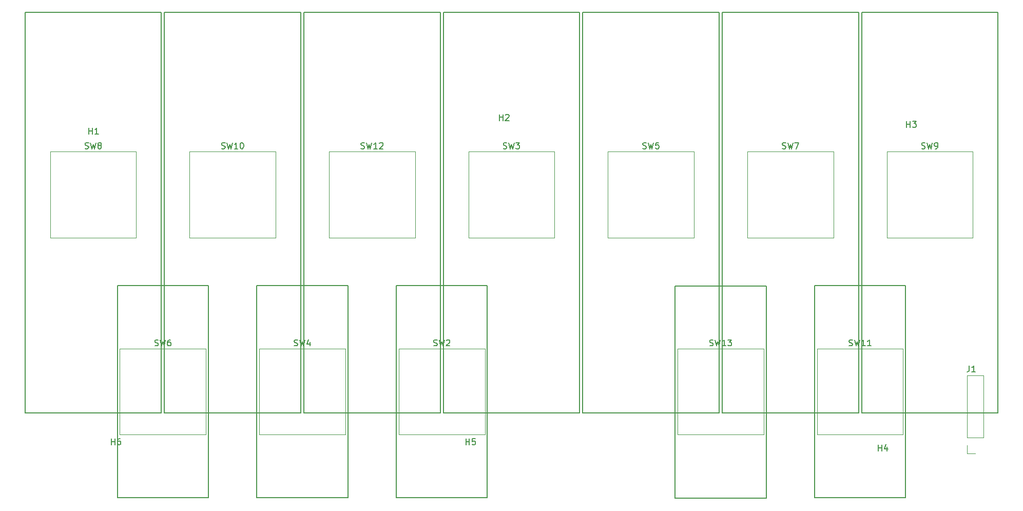
<source format=gbr>
%TF.GenerationSoftware,KiCad,Pcbnew,(6.0.0)*%
%TF.CreationDate,2023-05-12T18:13:20+02:00*%
%TF.ProjectId,keyboard,6b657962-6f61-4726-942e-6b696361645f,rev?*%
%TF.SameCoordinates,Original*%
%TF.FileFunction,Legend,Top*%
%TF.FilePolarity,Positive*%
%FSLAX46Y46*%
G04 Gerber Fmt 4.6, Leading zero omitted, Abs format (unit mm)*
G04 Created by KiCad (PCBNEW (6.0.0)) date 2023-05-12 18:13:20*
%MOMM*%
%LPD*%
G01*
G04 APERTURE LIST*
%ADD10C,0.200000*%
%ADD11C,0.150000*%
%ADD12C,0.120000*%
G04 APERTURE END LIST*
D10*
X132500000Y-34000000D02*
X155000000Y-34000000D01*
X155000000Y-34000000D02*
X155000000Y-100000000D01*
X155000000Y-100000000D02*
X132500000Y-100000000D01*
X132500000Y-100000000D02*
X132500000Y-34000000D01*
X55750000Y-79000000D02*
X70750000Y-79000000D01*
X70750000Y-79000000D02*
X70750000Y-114000000D01*
X70750000Y-114000000D02*
X55750000Y-114000000D01*
X55750000Y-114000000D02*
X55750000Y-79000000D01*
X101750000Y-79000000D02*
X116750000Y-79000000D01*
X116750000Y-79000000D02*
X116750000Y-114000000D01*
X116750000Y-114000000D02*
X101750000Y-114000000D01*
X101750000Y-114000000D02*
X101750000Y-79000000D01*
X178500000Y-34000000D02*
X201000000Y-34000000D01*
X201000000Y-34000000D02*
X201000000Y-100000000D01*
X201000000Y-100000000D02*
X178500000Y-100000000D01*
X178500000Y-100000000D02*
X178500000Y-34000000D01*
X63500000Y-34000000D02*
X86000000Y-34000000D01*
X86000000Y-34000000D02*
X86000000Y-100000000D01*
X86000000Y-100000000D02*
X63500000Y-100000000D01*
X63500000Y-100000000D02*
X63500000Y-34000000D01*
X109500000Y-34000000D02*
X132000000Y-34000000D01*
X132000000Y-34000000D02*
X132000000Y-100000000D01*
X132000000Y-100000000D02*
X109500000Y-100000000D01*
X109500000Y-100000000D02*
X109500000Y-34000000D01*
X155500000Y-34000000D02*
X178000000Y-34000000D01*
X178000000Y-34000000D02*
X178000000Y-100000000D01*
X178000000Y-100000000D02*
X155500000Y-100000000D01*
X155500000Y-100000000D02*
X155500000Y-34000000D01*
X40500000Y-34000000D02*
X63000000Y-34000000D01*
X63000000Y-34000000D02*
X63000000Y-100000000D01*
X63000000Y-100000000D02*
X40500000Y-100000000D01*
X40500000Y-100000000D02*
X40500000Y-34000000D01*
X78750000Y-79000000D02*
X93750000Y-79000000D01*
X93750000Y-79000000D02*
X93750000Y-114000000D01*
X93750000Y-114000000D02*
X78750000Y-114000000D01*
X78750000Y-114000000D02*
X78750000Y-79000000D01*
X147750000Y-79070000D02*
X162750000Y-79070000D01*
X162750000Y-79070000D02*
X162750000Y-114070000D01*
X162750000Y-114070000D02*
X147750000Y-114070000D01*
X147750000Y-114070000D02*
X147750000Y-79070000D01*
X86500000Y-34000000D02*
X109000000Y-34000000D01*
X109000000Y-34000000D02*
X109000000Y-100000000D01*
X109000000Y-100000000D02*
X86500000Y-100000000D01*
X86500000Y-100000000D02*
X86500000Y-34000000D01*
X170750000Y-79000000D02*
X185750000Y-79000000D01*
X185750000Y-79000000D02*
X185750000Y-114000000D01*
X185750000Y-114000000D02*
X170750000Y-114000000D01*
X170750000Y-114000000D02*
X170750000Y-79000000D01*
D11*
%TO.C,H6*%
X54738095Y-105252380D02*
X54738095Y-104252380D01*
X54738095Y-104728571D02*
X55309523Y-104728571D01*
X55309523Y-105252380D02*
X55309523Y-104252380D01*
X56214285Y-104252380D02*
X56023809Y-104252380D01*
X55928571Y-104300000D01*
X55880952Y-104347619D01*
X55785714Y-104490476D01*
X55738095Y-104680952D01*
X55738095Y-105061904D01*
X55785714Y-105157142D01*
X55833333Y-105204761D01*
X55928571Y-105252380D01*
X56119047Y-105252380D01*
X56214285Y-105204761D01*
X56261904Y-105157142D01*
X56309523Y-105061904D01*
X56309523Y-104823809D01*
X56261904Y-104728571D01*
X56214285Y-104680952D01*
X56119047Y-104633333D01*
X55928571Y-104633333D01*
X55833333Y-104680952D01*
X55785714Y-104728571D01*
X55738095Y-104823809D01*
%TO.C,H5*%
X113238095Y-105252380D02*
X113238095Y-104252380D01*
X113238095Y-104728571D02*
X113809523Y-104728571D01*
X113809523Y-105252380D02*
X113809523Y-104252380D01*
X114761904Y-104252380D02*
X114285714Y-104252380D01*
X114238095Y-104728571D01*
X114285714Y-104680952D01*
X114380952Y-104633333D01*
X114619047Y-104633333D01*
X114714285Y-104680952D01*
X114761904Y-104728571D01*
X114809523Y-104823809D01*
X114809523Y-105061904D01*
X114761904Y-105157142D01*
X114714285Y-105204761D01*
X114619047Y-105252380D01*
X114380952Y-105252380D01*
X114285714Y-105204761D01*
X114238095Y-105157142D01*
%TO.C,H4*%
X181238095Y-106252380D02*
X181238095Y-105252380D01*
X181238095Y-105728571D02*
X181809523Y-105728571D01*
X181809523Y-106252380D02*
X181809523Y-105252380D01*
X182714285Y-105585714D02*
X182714285Y-106252380D01*
X182476190Y-105204761D02*
X182238095Y-105919047D01*
X182857142Y-105919047D01*
%TO.C,H3*%
X185938095Y-52912380D02*
X185938095Y-51912380D01*
X185938095Y-52388571D02*
X186509523Y-52388571D01*
X186509523Y-52912380D02*
X186509523Y-51912380D01*
X186890476Y-51912380D02*
X187509523Y-51912380D01*
X187176190Y-52293333D01*
X187319047Y-52293333D01*
X187414285Y-52340952D01*
X187461904Y-52388571D01*
X187509523Y-52483809D01*
X187509523Y-52721904D01*
X187461904Y-52817142D01*
X187414285Y-52864761D01*
X187319047Y-52912380D01*
X187033333Y-52912380D01*
X186938095Y-52864761D01*
X186890476Y-52817142D01*
%TO.C,H2*%
X118758095Y-51802380D02*
X118758095Y-50802380D01*
X118758095Y-51278571D02*
X119329523Y-51278571D01*
X119329523Y-51802380D02*
X119329523Y-50802380D01*
X119758095Y-50897619D02*
X119805714Y-50850000D01*
X119900952Y-50802380D01*
X120139047Y-50802380D01*
X120234285Y-50850000D01*
X120281904Y-50897619D01*
X120329523Y-50992857D01*
X120329523Y-51088095D01*
X120281904Y-51230952D01*
X119710476Y-51802380D01*
X120329523Y-51802380D01*
%TO.C,H1*%
X51048095Y-54012380D02*
X51048095Y-53012380D01*
X51048095Y-53488571D02*
X51619523Y-53488571D01*
X51619523Y-54012380D02*
X51619523Y-53012380D01*
X52619523Y-54012380D02*
X52048095Y-54012380D01*
X52333809Y-54012380D02*
X52333809Y-53012380D01*
X52238571Y-53155238D01*
X52143333Y-53250476D01*
X52048095Y-53298095D01*
%TO.C,SW9*%
X188416666Y-56404761D02*
X188559523Y-56452380D01*
X188797619Y-56452380D01*
X188892857Y-56404761D01*
X188940476Y-56357142D01*
X188988095Y-56261904D01*
X188988095Y-56166666D01*
X188940476Y-56071428D01*
X188892857Y-56023809D01*
X188797619Y-55976190D01*
X188607142Y-55928571D01*
X188511904Y-55880952D01*
X188464285Y-55833333D01*
X188416666Y-55738095D01*
X188416666Y-55642857D01*
X188464285Y-55547619D01*
X188511904Y-55500000D01*
X188607142Y-55452380D01*
X188845238Y-55452380D01*
X188988095Y-55500000D01*
X189321428Y-55452380D02*
X189559523Y-56452380D01*
X189750000Y-55738095D01*
X189940476Y-56452380D01*
X190178571Y-55452380D01*
X190607142Y-56452380D02*
X190797619Y-56452380D01*
X190892857Y-56404761D01*
X190940476Y-56357142D01*
X191035714Y-56214285D01*
X191083333Y-56023809D01*
X191083333Y-55642857D01*
X191035714Y-55547619D01*
X190988095Y-55500000D01*
X190892857Y-55452380D01*
X190702380Y-55452380D01*
X190607142Y-55500000D01*
X190559523Y-55547619D01*
X190511904Y-55642857D01*
X190511904Y-55880952D01*
X190559523Y-55976190D01*
X190607142Y-56023809D01*
X190702380Y-56071428D01*
X190892857Y-56071428D01*
X190988095Y-56023809D01*
X191035714Y-55976190D01*
X191083333Y-55880952D01*
%TO.C,SW7*%
X165416666Y-56404761D02*
X165559523Y-56452380D01*
X165797619Y-56452380D01*
X165892857Y-56404761D01*
X165940476Y-56357142D01*
X165988095Y-56261904D01*
X165988095Y-56166666D01*
X165940476Y-56071428D01*
X165892857Y-56023809D01*
X165797619Y-55976190D01*
X165607142Y-55928571D01*
X165511904Y-55880952D01*
X165464285Y-55833333D01*
X165416666Y-55738095D01*
X165416666Y-55642857D01*
X165464285Y-55547619D01*
X165511904Y-55500000D01*
X165607142Y-55452380D01*
X165845238Y-55452380D01*
X165988095Y-55500000D01*
X166321428Y-55452380D02*
X166559523Y-56452380D01*
X166750000Y-55738095D01*
X166940476Y-56452380D01*
X167178571Y-55452380D01*
X167464285Y-55452380D02*
X168130952Y-55452380D01*
X167702380Y-56452380D01*
%TO.C,SW3*%
X119416666Y-56404761D02*
X119559523Y-56452380D01*
X119797619Y-56452380D01*
X119892857Y-56404761D01*
X119940476Y-56357142D01*
X119988095Y-56261904D01*
X119988095Y-56166666D01*
X119940476Y-56071428D01*
X119892857Y-56023809D01*
X119797619Y-55976190D01*
X119607142Y-55928571D01*
X119511904Y-55880952D01*
X119464285Y-55833333D01*
X119416666Y-55738095D01*
X119416666Y-55642857D01*
X119464285Y-55547619D01*
X119511904Y-55500000D01*
X119607142Y-55452380D01*
X119845238Y-55452380D01*
X119988095Y-55500000D01*
X120321428Y-55452380D02*
X120559523Y-56452380D01*
X120750000Y-55738095D01*
X120940476Y-56452380D01*
X121178571Y-55452380D01*
X121464285Y-55452380D02*
X122083333Y-55452380D01*
X121750000Y-55833333D01*
X121892857Y-55833333D01*
X121988095Y-55880952D01*
X122035714Y-55928571D01*
X122083333Y-56023809D01*
X122083333Y-56261904D01*
X122035714Y-56357142D01*
X121988095Y-56404761D01*
X121892857Y-56452380D01*
X121607142Y-56452380D01*
X121511904Y-56404761D01*
X121464285Y-56357142D01*
%TO.C,SW12*%
X95940476Y-56404761D02*
X96083333Y-56452380D01*
X96321428Y-56452380D01*
X96416666Y-56404761D01*
X96464285Y-56357142D01*
X96511904Y-56261904D01*
X96511904Y-56166666D01*
X96464285Y-56071428D01*
X96416666Y-56023809D01*
X96321428Y-55976190D01*
X96130952Y-55928571D01*
X96035714Y-55880952D01*
X95988095Y-55833333D01*
X95940476Y-55738095D01*
X95940476Y-55642857D01*
X95988095Y-55547619D01*
X96035714Y-55500000D01*
X96130952Y-55452380D01*
X96369047Y-55452380D01*
X96511904Y-55500000D01*
X96845238Y-55452380D02*
X97083333Y-56452380D01*
X97273809Y-55738095D01*
X97464285Y-56452380D01*
X97702380Y-55452380D01*
X98607142Y-56452380D02*
X98035714Y-56452380D01*
X98321428Y-56452380D02*
X98321428Y-55452380D01*
X98226190Y-55595238D01*
X98130952Y-55690476D01*
X98035714Y-55738095D01*
X98988095Y-55547619D02*
X99035714Y-55500000D01*
X99130952Y-55452380D01*
X99369047Y-55452380D01*
X99464285Y-55500000D01*
X99511904Y-55547619D01*
X99559523Y-55642857D01*
X99559523Y-55738095D01*
X99511904Y-55880952D01*
X98940476Y-56452380D01*
X99559523Y-56452380D01*
%TO.C,SW2*%
X107916666Y-88904761D02*
X108059523Y-88952380D01*
X108297619Y-88952380D01*
X108392857Y-88904761D01*
X108440476Y-88857142D01*
X108488095Y-88761904D01*
X108488095Y-88666666D01*
X108440476Y-88571428D01*
X108392857Y-88523809D01*
X108297619Y-88476190D01*
X108107142Y-88428571D01*
X108011904Y-88380952D01*
X107964285Y-88333333D01*
X107916666Y-88238095D01*
X107916666Y-88142857D01*
X107964285Y-88047619D01*
X108011904Y-88000000D01*
X108107142Y-87952380D01*
X108345238Y-87952380D01*
X108488095Y-88000000D01*
X108821428Y-87952380D02*
X109059523Y-88952380D01*
X109250000Y-88238095D01*
X109440476Y-88952380D01*
X109678571Y-87952380D01*
X110011904Y-88047619D02*
X110059523Y-88000000D01*
X110154761Y-87952380D01*
X110392857Y-87952380D01*
X110488095Y-88000000D01*
X110535714Y-88047619D01*
X110583333Y-88142857D01*
X110583333Y-88238095D01*
X110535714Y-88380952D01*
X109964285Y-88952380D01*
X110583333Y-88952380D01*
%TO.C,SW4*%
X84916666Y-88904761D02*
X85059523Y-88952380D01*
X85297619Y-88952380D01*
X85392857Y-88904761D01*
X85440476Y-88857142D01*
X85488095Y-88761904D01*
X85488095Y-88666666D01*
X85440476Y-88571428D01*
X85392857Y-88523809D01*
X85297619Y-88476190D01*
X85107142Y-88428571D01*
X85011904Y-88380952D01*
X84964285Y-88333333D01*
X84916666Y-88238095D01*
X84916666Y-88142857D01*
X84964285Y-88047619D01*
X85011904Y-88000000D01*
X85107142Y-87952380D01*
X85345238Y-87952380D01*
X85488095Y-88000000D01*
X85821428Y-87952380D02*
X86059523Y-88952380D01*
X86250000Y-88238095D01*
X86440476Y-88952380D01*
X86678571Y-87952380D01*
X87488095Y-88285714D02*
X87488095Y-88952380D01*
X87250000Y-87904761D02*
X87011904Y-88619047D01*
X87630952Y-88619047D01*
%TO.C,J1*%
X196266666Y-92222380D02*
X196266666Y-92936666D01*
X196219047Y-93079523D01*
X196123809Y-93174761D01*
X195980952Y-93222380D01*
X195885714Y-93222380D01*
X197266666Y-93222380D02*
X196695238Y-93222380D01*
X196980952Y-93222380D02*
X196980952Y-92222380D01*
X196885714Y-92365238D01*
X196790476Y-92460476D01*
X196695238Y-92508095D01*
%TO.C,SW5*%
X142416666Y-56404761D02*
X142559523Y-56452380D01*
X142797619Y-56452380D01*
X142892857Y-56404761D01*
X142940476Y-56357142D01*
X142988095Y-56261904D01*
X142988095Y-56166666D01*
X142940476Y-56071428D01*
X142892857Y-56023809D01*
X142797619Y-55976190D01*
X142607142Y-55928571D01*
X142511904Y-55880952D01*
X142464285Y-55833333D01*
X142416666Y-55738095D01*
X142416666Y-55642857D01*
X142464285Y-55547619D01*
X142511904Y-55500000D01*
X142607142Y-55452380D01*
X142845238Y-55452380D01*
X142988095Y-55500000D01*
X143321428Y-55452380D02*
X143559523Y-56452380D01*
X143750000Y-55738095D01*
X143940476Y-56452380D01*
X144178571Y-55452380D01*
X145035714Y-55452380D02*
X144559523Y-55452380D01*
X144511904Y-55928571D01*
X144559523Y-55880952D01*
X144654761Y-55833333D01*
X144892857Y-55833333D01*
X144988095Y-55880952D01*
X145035714Y-55928571D01*
X145083333Y-56023809D01*
X145083333Y-56261904D01*
X145035714Y-56357142D01*
X144988095Y-56404761D01*
X144892857Y-56452380D01*
X144654761Y-56452380D01*
X144559523Y-56404761D01*
X144511904Y-56357142D01*
%TO.C,SW11*%
X176440476Y-88904761D02*
X176583333Y-88952380D01*
X176821428Y-88952380D01*
X176916666Y-88904761D01*
X176964285Y-88857142D01*
X177011904Y-88761904D01*
X177011904Y-88666666D01*
X176964285Y-88571428D01*
X176916666Y-88523809D01*
X176821428Y-88476190D01*
X176630952Y-88428571D01*
X176535714Y-88380952D01*
X176488095Y-88333333D01*
X176440476Y-88238095D01*
X176440476Y-88142857D01*
X176488095Y-88047619D01*
X176535714Y-88000000D01*
X176630952Y-87952380D01*
X176869047Y-87952380D01*
X177011904Y-88000000D01*
X177345238Y-87952380D02*
X177583333Y-88952380D01*
X177773809Y-88238095D01*
X177964285Y-88952380D01*
X178202380Y-87952380D01*
X179107142Y-88952380D02*
X178535714Y-88952380D01*
X178821428Y-88952380D02*
X178821428Y-87952380D01*
X178726190Y-88095238D01*
X178630952Y-88190476D01*
X178535714Y-88238095D01*
X180059523Y-88952380D02*
X179488095Y-88952380D01*
X179773809Y-88952380D02*
X179773809Y-87952380D01*
X179678571Y-88095238D01*
X179583333Y-88190476D01*
X179488095Y-88238095D01*
%TO.C,SW13*%
X153440476Y-88904761D02*
X153583333Y-88952380D01*
X153821428Y-88952380D01*
X153916666Y-88904761D01*
X153964285Y-88857142D01*
X154011904Y-88761904D01*
X154011904Y-88666666D01*
X153964285Y-88571428D01*
X153916666Y-88523809D01*
X153821428Y-88476190D01*
X153630952Y-88428571D01*
X153535714Y-88380952D01*
X153488095Y-88333333D01*
X153440476Y-88238095D01*
X153440476Y-88142857D01*
X153488095Y-88047619D01*
X153535714Y-88000000D01*
X153630952Y-87952380D01*
X153869047Y-87952380D01*
X154011904Y-88000000D01*
X154345238Y-87952380D02*
X154583333Y-88952380D01*
X154773809Y-88238095D01*
X154964285Y-88952380D01*
X155202380Y-87952380D01*
X156107142Y-88952380D02*
X155535714Y-88952380D01*
X155821428Y-88952380D02*
X155821428Y-87952380D01*
X155726190Y-88095238D01*
X155630952Y-88190476D01*
X155535714Y-88238095D01*
X156440476Y-87952380D02*
X157059523Y-87952380D01*
X156726190Y-88333333D01*
X156869047Y-88333333D01*
X156964285Y-88380952D01*
X157011904Y-88428571D01*
X157059523Y-88523809D01*
X157059523Y-88761904D01*
X157011904Y-88857142D01*
X156964285Y-88904761D01*
X156869047Y-88952380D01*
X156583333Y-88952380D01*
X156488095Y-88904761D01*
X156440476Y-88857142D01*
%TO.C,SW6*%
X61916666Y-88904761D02*
X62059523Y-88952380D01*
X62297619Y-88952380D01*
X62392857Y-88904761D01*
X62440476Y-88857142D01*
X62488095Y-88761904D01*
X62488095Y-88666666D01*
X62440476Y-88571428D01*
X62392857Y-88523809D01*
X62297619Y-88476190D01*
X62107142Y-88428571D01*
X62011904Y-88380952D01*
X61964285Y-88333333D01*
X61916666Y-88238095D01*
X61916666Y-88142857D01*
X61964285Y-88047619D01*
X62011904Y-88000000D01*
X62107142Y-87952380D01*
X62345238Y-87952380D01*
X62488095Y-88000000D01*
X62821428Y-87952380D02*
X63059523Y-88952380D01*
X63250000Y-88238095D01*
X63440476Y-88952380D01*
X63678571Y-87952380D01*
X64488095Y-87952380D02*
X64297619Y-87952380D01*
X64202380Y-88000000D01*
X64154761Y-88047619D01*
X64059523Y-88190476D01*
X64011904Y-88380952D01*
X64011904Y-88761904D01*
X64059523Y-88857142D01*
X64107142Y-88904761D01*
X64202380Y-88952380D01*
X64392857Y-88952380D01*
X64488095Y-88904761D01*
X64535714Y-88857142D01*
X64583333Y-88761904D01*
X64583333Y-88523809D01*
X64535714Y-88428571D01*
X64488095Y-88380952D01*
X64392857Y-88333333D01*
X64202380Y-88333333D01*
X64107142Y-88380952D01*
X64059523Y-88428571D01*
X64011904Y-88523809D01*
%TO.C,SW8*%
X50416666Y-56404761D02*
X50559523Y-56452380D01*
X50797619Y-56452380D01*
X50892857Y-56404761D01*
X50940476Y-56357142D01*
X50988095Y-56261904D01*
X50988095Y-56166666D01*
X50940476Y-56071428D01*
X50892857Y-56023809D01*
X50797619Y-55976190D01*
X50607142Y-55928571D01*
X50511904Y-55880952D01*
X50464285Y-55833333D01*
X50416666Y-55738095D01*
X50416666Y-55642857D01*
X50464285Y-55547619D01*
X50511904Y-55500000D01*
X50607142Y-55452380D01*
X50845238Y-55452380D01*
X50988095Y-55500000D01*
X51321428Y-55452380D02*
X51559523Y-56452380D01*
X51750000Y-55738095D01*
X51940476Y-56452380D01*
X52178571Y-55452380D01*
X52702380Y-55880952D02*
X52607142Y-55833333D01*
X52559523Y-55785714D01*
X52511904Y-55690476D01*
X52511904Y-55642857D01*
X52559523Y-55547619D01*
X52607142Y-55500000D01*
X52702380Y-55452380D01*
X52892857Y-55452380D01*
X52988095Y-55500000D01*
X53035714Y-55547619D01*
X53083333Y-55642857D01*
X53083333Y-55690476D01*
X53035714Y-55785714D01*
X52988095Y-55833333D01*
X52892857Y-55880952D01*
X52702380Y-55880952D01*
X52607142Y-55928571D01*
X52559523Y-55976190D01*
X52511904Y-56071428D01*
X52511904Y-56261904D01*
X52559523Y-56357142D01*
X52607142Y-56404761D01*
X52702380Y-56452380D01*
X52892857Y-56452380D01*
X52988095Y-56404761D01*
X53035714Y-56357142D01*
X53083333Y-56261904D01*
X53083333Y-56071428D01*
X53035714Y-55976190D01*
X52988095Y-55928571D01*
X52892857Y-55880952D01*
%TO.C,SW10*%
X72940476Y-56404761D02*
X73083333Y-56452380D01*
X73321428Y-56452380D01*
X73416666Y-56404761D01*
X73464285Y-56357142D01*
X73511904Y-56261904D01*
X73511904Y-56166666D01*
X73464285Y-56071428D01*
X73416666Y-56023809D01*
X73321428Y-55976190D01*
X73130952Y-55928571D01*
X73035714Y-55880952D01*
X72988095Y-55833333D01*
X72940476Y-55738095D01*
X72940476Y-55642857D01*
X72988095Y-55547619D01*
X73035714Y-55500000D01*
X73130952Y-55452380D01*
X73369047Y-55452380D01*
X73511904Y-55500000D01*
X73845238Y-55452380D02*
X74083333Y-56452380D01*
X74273809Y-55738095D01*
X74464285Y-56452380D01*
X74702380Y-55452380D01*
X75607142Y-56452380D02*
X75035714Y-56452380D01*
X75321428Y-56452380D02*
X75321428Y-55452380D01*
X75226190Y-55595238D01*
X75130952Y-55690476D01*
X75035714Y-55738095D01*
X76226190Y-55452380D02*
X76321428Y-55452380D01*
X76416666Y-55500000D01*
X76464285Y-55547619D01*
X76511904Y-55642857D01*
X76559523Y-55833333D01*
X76559523Y-56071428D01*
X76511904Y-56261904D01*
X76464285Y-56357142D01*
X76416666Y-56404761D01*
X76321428Y-56452380D01*
X76226190Y-56452380D01*
X76130952Y-56404761D01*
X76083333Y-56357142D01*
X76035714Y-56261904D01*
X75988095Y-56071428D01*
X75988095Y-55833333D01*
X76035714Y-55642857D01*
X76083333Y-55547619D01*
X76130952Y-55500000D01*
X76226190Y-55452380D01*
D12*
%TO.C,SW9*%
X196850000Y-56900000D02*
X182650000Y-56900000D01*
X196850000Y-71100000D02*
X196850000Y-56900000D01*
X182650000Y-56900000D02*
X182650000Y-71100000D01*
X182650000Y-71100000D02*
X196850000Y-71100000D01*
%TO.C,SW7*%
X173850000Y-56900000D02*
X159650000Y-56900000D01*
X159650000Y-71100000D02*
X173850000Y-71100000D01*
X173850000Y-71100000D02*
X173850000Y-56900000D01*
X159650000Y-56900000D02*
X159650000Y-71100000D01*
%TO.C,SW3*%
X113650000Y-71100000D02*
X127850000Y-71100000D01*
X127850000Y-56900000D02*
X113650000Y-56900000D01*
X127850000Y-71100000D02*
X127850000Y-56900000D01*
X113650000Y-56900000D02*
X113650000Y-71100000D01*
%TO.C,SW12*%
X90650000Y-56900000D02*
X90650000Y-71100000D01*
X104850000Y-56900000D02*
X90650000Y-56900000D01*
X90650000Y-71100000D02*
X104850000Y-71100000D01*
X104850000Y-71100000D02*
X104850000Y-56900000D01*
%TO.C,SW2*%
X102150000Y-103600000D02*
X116350000Y-103600000D01*
X116350000Y-89400000D02*
X102150000Y-89400000D01*
X102150000Y-89400000D02*
X102150000Y-103600000D01*
X116350000Y-103600000D02*
X116350000Y-89400000D01*
%TO.C,SW4*%
X79150000Y-103600000D02*
X93350000Y-103600000D01*
X93350000Y-103600000D02*
X93350000Y-89400000D01*
X79150000Y-89400000D02*
X79150000Y-103600000D01*
X93350000Y-89400000D02*
X79150000Y-89400000D01*
%TO.C,J1*%
X197265000Y-106660000D02*
X195935000Y-106660000D01*
X198595000Y-104060000D02*
X195935000Y-104060000D01*
X198595000Y-104060000D02*
X198595000Y-93840000D01*
X195935000Y-106660000D02*
X195935000Y-105330000D01*
X195935000Y-104060000D02*
X195935000Y-93840000D01*
X198595000Y-93840000D02*
X195935000Y-93840000D01*
%TO.C,SW5*%
X150850000Y-71100000D02*
X150850000Y-56900000D01*
X136650000Y-71100000D02*
X150850000Y-71100000D01*
X150850000Y-56900000D02*
X136650000Y-56900000D01*
X136650000Y-56900000D02*
X136650000Y-71100000D01*
%TO.C,SW11*%
X171150000Y-89400000D02*
X171150000Y-103600000D01*
X185350000Y-103600000D02*
X185350000Y-89400000D01*
X185350000Y-89400000D02*
X171150000Y-89400000D01*
X171150000Y-103600000D02*
X185350000Y-103600000D01*
%TO.C,SW13*%
X148150000Y-89400000D02*
X148150000Y-103600000D01*
X162350000Y-103600000D02*
X162350000Y-89400000D01*
X162350000Y-89400000D02*
X148150000Y-89400000D01*
X148150000Y-103600000D02*
X162350000Y-103600000D01*
%TO.C,SW6*%
X56150000Y-103600000D02*
X70350000Y-103600000D01*
X70350000Y-103600000D02*
X70350000Y-89400000D01*
X56150000Y-89400000D02*
X56150000Y-103600000D01*
X70350000Y-89400000D02*
X56150000Y-89400000D01*
%TO.C,SW8*%
X44650000Y-56900000D02*
X44650000Y-71100000D01*
X44650000Y-71100000D02*
X58850000Y-71100000D01*
X58850000Y-71100000D02*
X58850000Y-56900000D01*
X58850000Y-56900000D02*
X44650000Y-56900000D01*
%TO.C,SW10*%
X81850000Y-56900000D02*
X67650000Y-56900000D01*
X67650000Y-71100000D02*
X81850000Y-71100000D01*
X81850000Y-71100000D02*
X81850000Y-56900000D01*
X67650000Y-56900000D02*
X67650000Y-71100000D01*
%TD*%
M02*

</source>
